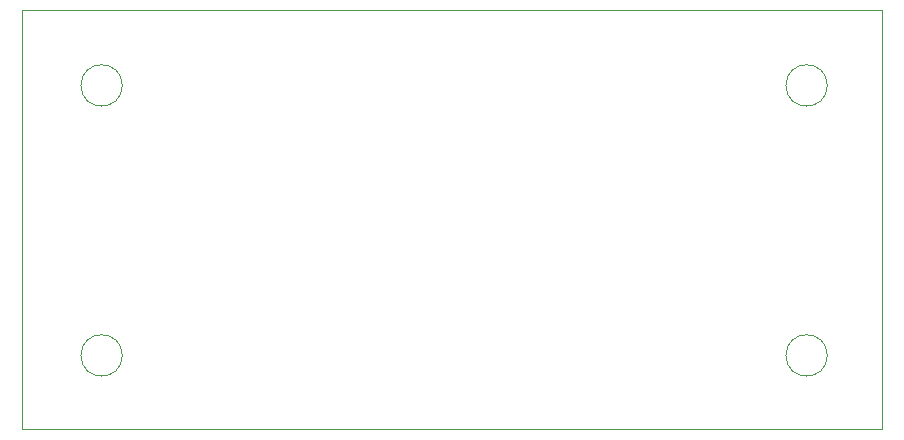
<source format=gm1>
G04 #@! TF.GenerationSoftware,KiCad,Pcbnew,6.0.9-8da3e8f707~116~ubuntu20.04.1*
G04 #@! TF.CreationDate,2022-11-10T07:20:07-05:00*
G04 #@! TF.ProjectId,audiomute,61756469-6f6d-4757-9465-2e6b69636164,rev?*
G04 #@! TF.SameCoordinates,Original*
G04 #@! TF.FileFunction,Profile,NP*
%FSLAX46Y46*%
G04 Gerber Fmt 4.6, Leading zero omitted, Abs format (unit mm)*
G04 Created by KiCad (PCBNEW 6.0.9-8da3e8f707~116~ubuntu20.04.1) date 2022-11-10 07:20:07*
%MOMM*%
%LPD*%
G01*
G04 APERTURE LIST*
G04 #@! TA.AperFunction,Profile*
%ADD10C,0.100000*%
G04 #@! TD*
G04 APERTURE END LIST*
D10*
X79220000Y-78740000D02*
G75*
G03*
X79220000Y-78740000I-1750000J0D01*
G01*
X70739000Y-72390000D02*
X143510000Y-72390000D01*
X143510000Y-72390000D02*
X143510000Y-107823000D01*
X143510000Y-107823000D02*
X70739000Y-107823000D01*
X70739000Y-107823000D02*
X70739000Y-72390000D01*
X138910000Y-101600000D02*
G75*
G03*
X138910000Y-101600000I-1750000J0D01*
G01*
X138910000Y-78740000D02*
G75*
G03*
X138910000Y-78740000I-1750000J0D01*
G01*
X79220000Y-101600000D02*
G75*
G03*
X79220000Y-101600000I-1750000J0D01*
G01*
M02*

</source>
